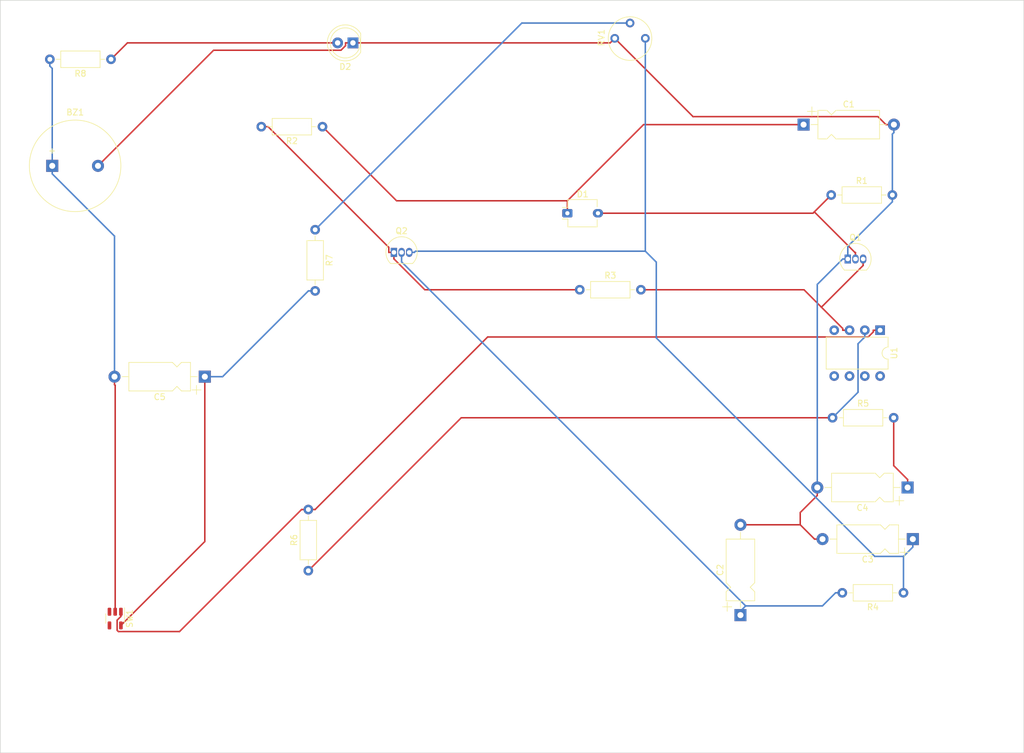
<source format=kicad_pcb>
(kicad_pcb (version 20211014) (generator pcbnew)
  (title_block (title "gammaray2usb") (date "2021-12-27") (rev "0.2x") (company "Fort Sand, Inc."))
  (layers (0 "F.Cu" signal) (31 "B.Cu" signal) (34 "B.Paste" user) (35 "F.Paste" user) (36 "B.SilkS" user "B.Silkscreen") (37 "F.SilkS" user "F.Silkscreen") (38 "B.Mask" user) (39 "F.Mask" user) (44 "Edge.Cuts" user))
  (net 0 "")
  (net 1 "Net-(BZ1-Pad1)")
  (net 2 "GND")
  (net 3 "Net-(C1-Pad1)")
  (net 4 "Net-(C2-Pad1)")
  (net 5 "+9V")
  (net 6 "Net-(C4-Pad1)")
  (net 7 "Net-(C5-Pad1)")
  (net 8 "Net-(D1-Pad2)")
  (net 9 "Net-(D2-Pad2)")
  (net 10 "Net-(Q1-Pad3)")
  (net 11 "Net-(Q2-Pad1)")
  (net 12 "Net-(R5-Pad1)")
  (net 13 "Net-(R6-Pad2)")
  (net 14 "Net-(R7-Pad1)")
  (net 15 "GNDREF")
  (footprint "Resistor_THT:R_Axial_DIN0207_L6.3mm_D2.5mm_P10.16mm_Horizontal" (layer "F.Cu") (at 123.5124 55.9922 180)
    (fp_text reference "R2" (at 5.08 -2.37) (layer "F.SilkS"))
    (fp_text value "1.5M")
    (fp_line (start 1.81 1.37) (end 8.35 1.37) (layer "F.SilkS") (width 0.12))
    (fp_line (start 1.04 0) (end 1.81 0) (layer "F.SilkS") (width 0.12))
    (fp_line (start 1.81 -1.37) (end 1.81 1.37) (layer "F.SilkS") (width 0.12))
    (fp_line (start 9.12 0) (end 8.35 0) (layer "F.SilkS") (width 0.12))
    (fp_line (start 8.35 1.37) (end 8.35 -1.37) (layer "F.SilkS") (width 0.12))
    (fp_line (start 8.35 -1.37) (end 1.81 -1.37) (layer "F.SilkS") (width 0.12))
    (pad "1" thru_hole circle locked (at 0 0 180) (size 1.6 1.6) (drill 0.8) (layers *.Cu *.Mask) (net 3 "Net-(C1-Pad1)"))
    (pad "2" thru_hole oval locked (at 10.16 0 180) (size 1.6 1.6) (drill 0.8) (layers *.Cu *.Mask) (net 11 "Net-(Q2-Pad1)"))
  )
  (footprint "Package_DIP:DIP-8_W7.62mm" (layer "F.Cu") (at 216.1282 89.7942 -90)
    (fp_text reference "U1" (at 3.81 -2.33 90) (layer "F.SilkS"))
    (fp_text value "LM358")
    (fp_line (start 2.81 -1.33) (end 1.16 -1.33) (layer "F.SilkS") (width 0.12))
    (fp_line (start 6.46 8.95) (end 6.46 -1.33) (layer "F.SilkS") (width 0.12))
    (fp_line (start 6.46 -1.33) (end 4.81 -1.33) (layer "F.SilkS") (width 0.12))
    (fp_line (start 1.16 8.95) (end 6.46 8.95) (layer "F.SilkS") (width 0.12))
    (fp_line (start 1.16 -1.33) (end 1.16 8.95) (layer "F.SilkS") (width 0.12))
    (fp_arc (start 4.81 -1.33) (mid 3.81 -0.33) (end 2.81 -1.33) (layer "F.SilkS") (width 0.12))
    (pad "1" thru_hole rect locked (at 0 0 270) (size 1.6 1.6) (drill 0.8) (layers *.Cu *.Mask) (net 13 "Net-(R6-Pad2)"))
    (pad "2" thru_hole oval locked (at 0 2.54 270) (size 1.6 1.6) (drill 0.8) (layers *.Cu *.Mask) (net 12 "Net-(R5-Pad1)"))
    (pad "3" thru_hole oval locked (at 0 5.08 270) (size 1.6 1.6) (drill 0.8) (layers *.Cu *.Mask) (net 10 "Net-(Q1-Pad3)"))
    (pad "4" thru_hole oval locked (at 0 7.62 270) (size 1.6 1.6) (drill 0.8) (layers *.Cu *.Mask))
    (pad "5" thru_hole oval locked (at 7.62 7.62 270) (size 1.6 1.6) (drill 0.8) (layers *.Cu *.Mask))
    (pad "6" thru_hole oval locked (at 7.62 5.08 270) (size 1.6 1.6) (drill 0.8) (layers *.Cu *.Mask))
    (pad "7" thru_hole oval locked (at 7.62 2.54 270) (size 1.6 1.6) (drill 0.8) (layers *.Cu *.Mask))
    (pad "8" thru_hole oval locked (at 7.62 0 270) (size 1.6 1.6) (drill 0.8) (layers *.Cu *.Mask))
  )
  (footprint "Capacitor_THT:CP_Axial_L10.0mm_D4.5mm_P15.00mm_Horizontal" (layer "F.Cu") (at 192.933 137.1147 90)
    (fp_text reference "C2" (at 7.5 -3.37 90) (layer "F.SilkS"))
    (fp_text value "100 uF")
    (fp_line (start 2.38 2.37) (end 3.88 2.37) (layer "F.SilkS") (width 0.12))
    (fp_line (start 5.38 -2.37) (end 12.62 -2.37) (layer "F.SilkS") (width 0.12))
    (fp_line (start 1.24 0) (end 2.38 0) (layer "F.SilkS") (width 0.12))
    (fp_line (start 0.63 -2.2) (end 2.13 -2.2) (layer "F.SilkS") (width 0.12))
    (fp_line (start 1.38 -2.95) (end 1.38 -1.45) (layer "F.SilkS") (width 0.12))
    (fp_line (start 2.38 -2.37) (end 3.88 -2.37) (layer "F.SilkS") (width 0.12))
    (fp_line (start 4.63 1.62) (end 5.38 2.37) (layer "F.SilkS") (width 0.12))
    (fp_line (start 3.88 -2.37) (end 4.63 -1.62) (layer "F.SilkS") (width 0.12))
    (fp_line (start 4.63 -1.62) (end 5.38 -2.37) (layer "F.SilkS") (width 0.12))
    (fp_line (start 12.62 -2.37) (end 12.62 2.37) (layer "F.SilkS") (width 0.12))
    (fp_line (start 13.76 0) (end 12.62 0) (layer "F.SilkS") (width 0.12))
    (fp_line (start 2.38 -2.37) (end 2.38 2.37) (layer "F.SilkS") (width 0.12))
    (fp_line (start 3.88 2.37) (end 4.63 1.62) (layer "F.SilkS") (width 0.12))
    (fp_line (start 5.38 2.37) (end 12.62 2.37) (layer "F.SilkS") (width 0.12))
    (pad "1" thru_hole rect locked (at 0 0 90) (size 2 2) (drill 1) (layers *.Cu *.Mask) (net 4 "Net-(C2-Pad1)"))
    (pad "2" thru_hole oval locked (at 15 0 90) (size 2 2) (drill 1) (layers *.Cu *.Mask) (net 2 "GND"))
  )
  (footprint "Resistor_THT:R_Axial_DIN0207_L6.3mm_D2.5mm_P10.16mm_Horizontal" (layer "F.Cu") (at 208.2247 104.3352)
    (fp_text reference "R5" (at 5.08 -2.37) (layer "F.SilkS"))
    (fp_text value "1k")
    (fp_line (start 1.81 -1.37) (end 1.81 1.37) (layer "F.SilkS") (width 0.12))
    (fp_line (start 8.35 1.37) (end 8.35 -1.37) (layer "F.SilkS") (width 0.12))
    (fp_line (start 9.12 0) (end 8.35 0) (layer "F.SilkS") (width 0.12))
    (fp_line (start 1.81 1.37) (end 8.35 1.37) (layer "F.SilkS") (width 0.12))
    (fp_line (start 1.04 0) (end 1.81 0) (layer "F.SilkS") (width 0.12))
    (fp_line (start 8.35 -1.37) (end 1.81 -1.37) (layer "F.SilkS") (width 0.12))
    (pad "1" thru_hole circle locked (at 0 0) (size 1.6 1.6) (drill 0.8) (layers *.Cu *.Mask) (net 12 "Net-(R5-Pad1)"))
    (pad "2" thru_hole oval locked (at 10.16 0) (size 1.6 1.6) (drill 0.8) (layers *.Cu *.Mask) (net 6 "Net-(C4-Pad1)"))
  )
  (footprint "Package_TO_SOT_THT:TO-92_Inline" (layer "F.Cu") (at 210.7647 77.9708)
    (fp_text reference "Q1" (at 1.27 -3.56) (layer "F.SilkS"))
    (fp_text value "2N7000")
    (fp_line (start -0.53 1.85) (end 3.07 1.85) (layer "F.SilkS") (width 0.12))
    (fp_arc (start 1.27 -2.6) (mid 3.672087 -0.994977) (end 3.108478 1.838478) (layer "F.SilkS") (width 0.12))
    (fp_arc (start -0.568478 1.838478) (mid -1.132087 -0.994977) (end 1.27 -2.6) (layer "F.SilkS") (width 0.12))
    (pad "1" thru_hole rect locked (at 0 0) (size 1.05 1.5) (drill 0.75) (layers *.Cu *.Mask) (net 2 "GND"))
    (pad "2" thru_hole oval locked (at 1.27 0) (size 1.05 1.5) (drill 0.75) (layers *.Cu *.Mask) (net 8 "Net-(D1-Pad2)"))
    (pad "3" thru_hole oval locked (at 2.54 0) (size 1.05 1.5) (drill 0.75) (layers *.Cu *.Mask) (net 10 "Net-(Q1-Pad3)"))
  )
  (footprint "Resistor_THT:R_Axial_DIN0207_L6.3mm_D2.5mm_P10.16mm_Horizontal" (layer "F.Cu") (at 208.0077 67.3383)
    (fp_text reference "R1" (at 5.08 -2.37) (layer "F.SilkS"))
    (fp_text value "10M")
    (fp_line (start 1.81 -1.37) (end 1.81 1.37) (layer "F.SilkS") (width 0.12))
    (fp_line (start 8.35 -1.37) (end 1.81 -1.37) (layer "F.SilkS") (width 0.12))
    (fp_line (start 1.81 1.37) (end 8.35 1.37) (layer "F.SilkS") (width 0.12))
    (fp_line (start 1.04 0) (end 1.81 0) (layer "F.SilkS") (width 0.12))
    (fp_line (start 9.12 0) (end 8.35 0) (layer "F.SilkS") (width 0.12))
    (fp_line (start 8.35 1.37) (end 8.35 -1.37) (layer "F.SilkS") (width 0.12))
    (pad "1" thru_hole circle locked (at 0 0) (size 1.6 1.6) (drill 0.8) (layers *.Cu *.Mask) (net 8 "Net-(D1-Pad2)"))
    (pad "2" thru_hole oval locked (at 10.16 0) (size 1.6 1.6) (drill 0.8) (layers *.Cu *.Mask) (net 2 "GND"))
  )
  (footprint "Resistor_THT:R_Axial_DIN0207_L6.3mm_D2.5mm_P10.16mm_Horizontal" (layer "F.Cu") (at 220.0121 133.412 180)
    (fp_text reference "R4" (at 5.08 -2.37) (layer "F.SilkS"))
    (fp_text value "150k")
    (fp_line (start 1.81 -1.37) (end 1.81 1.37) (layer "F.SilkS") (width 0.12))
    (fp_line (start 8.35 1.37) (end 8.35 -1.37) (layer "F.SilkS") (width 0.12))
    (fp_line (start 9.12 0) (end 8.35 0) (layer "F.SilkS") (width 0.12))
    (fp_line (start 1.04 0) (end 1.81 0) (layer "F.SilkS") (width 0.12))
    (fp_line (start 8.35 -1.37) (end 1.81 -1.37) (layer "F.SilkS") (width 0.12))
    (fp_line (start 1.81 1.37) (end 8.35 1.37) (layer "F.SilkS") (width 0.12))
    (pad "1" thru_hole circle locked (at 0 0 180) (size 1.6 1.6) (drill 0.8) (layers *.Cu *.Mask) (net 5 "+9V"))
    (pad "2" thru_hole oval locked (at 10.16 0 180) (size 1.6 1.6) (drill 0.8) (layers *.Cu *.Mask) (net 4 "Net-(C2-Pad1)"))
  )
  (footprint "Capacitor_THT:CP_Axial_L10.0mm_D4.5mm_P15.00mm_Horizontal" (layer "F.Cu") (at 103.9683 97.5114 180)
    (fp_text reference "C5" (at 7.5 -3.37) (layer "F.SilkS"))
    (fp_text value "0.01µF")
    (fp_line (start 12.62 -2.37) (end 12.62 2.37) (layer "F.SilkS") (width 0.12))
    (fp_line (start 1.38 -2.95) (end 1.38 -1.45) (layer "F.SilkS") (width 0.12))
    (fp_line (start 0.63 -2.2) (end 2.13 -2.2) (layer "F.SilkS") (width 0.12))
    (fp_line (start 5.38 2.37) (end 12.62 2.37) (layer "F.SilkS") (width 0.12))
    (fp_line (start 2.38 2.37) (end 3.88 2.37) (layer "F.SilkS") (width 0.12))
    (fp_line (start 2.38 -2.37) (end 2.38 2.37) (layer "F.SilkS") (width 0.12))
    (fp_line (start 4.63 -1.62) (end 5.38 -2.37) (layer "F.SilkS") (width 0.12))
    (fp_line (start 5.38 -2.37) (end 12.62 -2.37) (layer "F.SilkS") (width 0.12))
    (fp_line (start 4.63 1.62) (end 5.38 2.37) (layer "F.SilkS") (width 0.12))
    (fp_line (start 1.24 0) (end 2.38 0) (layer "F.SilkS") (width 0.12))
    (fp_line (start 13.76 0) (end 12.62 0) (layer "F.SilkS") (width 0.12))
    (fp_line (start 3.88 -2.37) (end 4.63 -1.62) (layer "F.SilkS") (width 0.12))
    (fp_line (start 2.38 -2.37) (end 3.88 -2.37) (layer "F.SilkS") (width 0.12))
    (fp_line (start 3.88 2.37) (end 4.63 1.62) (layer "F.SilkS") (width 0.12))
    (pad "1" thru_hole rect locked (at 0 0 180) (size 2 2) (drill 1) (layers *.Cu *.Mask) (net 7 "Net-(C5-Pad1)"))
    (pad "2" thru_hole oval locked (at 15 0 180) (size 2 2) (drill 1) (layers *.Cu *.Mask) (net 1 "Net-(BZ1-Pad1)"))
  )
  (footprint "Package_TO_SOT_SMD:SOT-23-5" (layer "F.Cu") (at 89.0815 137.6908 -90)
    (fp_text reference "SW1" (at 0 -2.4 90) (layer "F.SilkS"))
    (fp_text value "TS5A3166DBVR")
    (fp_line (start 0 1.56) (end -0.8 1.56) (layer "F.SilkS") (width 0.12))
    (fp_line (start 0 -1.56) (end -1.8 -1.56) (layer "F.SilkS") (width 0.12))
    (fp_line (start 0 -1.56) (end 0.8 -1.56) (layer "F.SilkS") (width 0.12))
    (fp_line (start 0 1.56) (end 0.8 1.56) (layer "F.SilkS") (width 0.12))
    (pad "1" smd roundrect locked (at -1.1375 -0.95 270) (size 1.325 0.6) (layers "F.Cu" "F.Paste" "F.Mask") (net 13 "Net-(R6-Pad2)"))
    (pad "2" smd roundrect locked (at -1.1375 0 270) (size 1.325 0.6) (layers "F.Cu" "F.Paste" "F.Mask") (net 1 "Net-(BZ1-Pad1)"))
    (pad "3" smd roundrect locked (at -1.1375 0.95 270) (size 1.325 0.6) (layers "F.Cu" "F.Paste" "F.Mask") (net 15 "GNDREF"))
    (pad "4" smd roundrect locked (at 1.1375 0.95 270) (size 1.325 0.6) (layers "F.Cu" "F.Paste" "F.Mask"))
    (pad "5" smd roundrect locked (at 1.1375 -0.95 270) (size 1.325 0.6) (layers "F.Cu" "F.Paste" "F.Mask") (net 7 "Net-(C5-Pad1)"))
  )
  (footprint "Potentiometer_THT:Potentiometer_Vishay_T7-YA_Single_Vertical" (layer "F.Cu") (at 177.1344 41.3167 90)
    (fp_text reference "RV1" (at 0.11 -7.29 90) (layer "F.SilkS"))
    (fp_text value "250kΩ")
    (fp_circle (center -0.041 -2.54) (end 3.579 -2.54) (layer "F.SilkS") (width 0.12) (fill none))
    (pad "1" thru_hole circle locked (at 0 0 90) (size 1.44 1.44) (drill 0.8) (layers *.Cu *.Mask) (net 5 "+9V"))
    (pad "2" thru_hole circle locked (at 2.54 -2.54 90) (size 1.44 1.44) (drill 0.8) (layers *.Cu *.Mask) (net 14 "Net-(R7-Pad1)"))
    (pad "3" thru_hole circle locked (at 0 -5.08 90) (size 1.44 1.44) (drill 0.8) (layers *.Cu *.Mask) (net 2 "GND"))
  )
  (footprint "Resistor_THT:R_Axial_DIN0207_L6.3mm_D2.5mm_P10.16mm_Horizontal" (layer "F.Cu") (at 166.2412 83.0738)
    (fp_text reference "R3" (at 5.08 -2.37) (layer "F.SilkS"))
    (fp_text value "56k")
    (fp_line (start 8.35 1.37) (end 8.35 -1.37) (layer "F.SilkS") (width 0.12))
    (fp_line (start 1.04 0) (end 1.81 0) (layer "F.SilkS") (width 0.12))
    (fp_line (start 9.12 0) (end 8.35 0) (layer "F.SilkS") (width 0.12))
    (fp_line (start 1.81 -1.37) (end 1.81 1.37) (layer "F.SilkS") (width 0.12))
    (fp_line (start 8.35 -1.37) (end 1.81 -1.37) (layer "F.SilkS") (width 0.12))
    (fp_line (start 1.81 1.37) (end 8.35 1.37) (layer "F.SilkS") (width 0.12))
    (pad "1" thru_hole circle locked (at 0 0) (size 1.6 1.6) (drill 0.8) (layers *.Cu *.Mask) (net 11 "Net-(Q2-Pad1)"))
    (pad "2" thru_hole oval locked (at 10.16 0) (size 1.6 1.6) (drill 0.8) (layers *.Cu *.Mask) (net 10 "Net-(Q1-Pad3)"))
  )
  (footprint "Capacitor_THT:CP_Axial_L10.0mm_D4.5mm_P15.00mm_Horizontal" (layer "F.Cu") (at 220.6962 115.9187 180)
    (fp_text reference "C4" (at 7.5 -3.37) (layer "F.SilkS"))
    (fp_text value "20nF")
    (fp_line (start 2.38 -2.37) (end 2.38 2.37) (layer "F.SilkS") (width 0.12))
    (fp_line (start 0.63 -2.2) (end 2.13 -2.2) (layer "F.SilkS") (width 0.12))
    (fp_line (start 3.88 -2.37) (end 4.63 -1.62) (layer "F.SilkS") (width 0.12))
    (fp_line (start 1.38 -2.95) (end 1.38 -1.45) (layer "F.SilkS") (width 0.12))
    (fp_line (start 2.38 -2.37) (end 3.88 -2.37) (layer "F.SilkS") (width 0.12))
    (fp_line (start 5.38 -2.37) (end 12.62 -2.37) (layer "F.SilkS") (width 0.12))
    (fp_line (start 3.88 2.37) (end 4.63 1.62) (layer "F.SilkS") (width 0.12))
    (fp_line (start 13.76 0) (end 12.62 0) (layer "F.SilkS") (width 0.12))
    (fp_line (start 2.38 2.37) (end 3.88 2.37) (layer "F.SilkS") (width 0.12))
    (fp_line (start 5.38 2.37) (end 12.62 2.37) (layer "F.SilkS") (width 0.12))
    (fp_line (start 1.24 0) (end 2.38 0) (layer "F.SilkS") (width 0.12))
    (fp_line (start 12.62 -2.37) (end 12.62 2.37) (layer "F.SilkS") (width 0.12))
    (fp_line (start 4.63 1.62) (end 5.38 2.37) (layer "F.SilkS") (width 0.12))
    (fp_line (start 4.63 -1.62) (end 5.38 -2.37) (layer "F.SilkS") (width 0.12))
    (pad "1" thru_hole rect locked (at 0 0 180) (size 2 2) (drill 1) (layers *.Cu *.Mask) (net 6 "Net-(C4-Pad1)"))
    (pad "2" thru_hole oval locked (at 15 0 180) (size 2 2) (drill 1) (layers *.Cu *.Mask) (net 2 "GND"))
  )
  (footprint "Resistor_THT:R_Axial_DIN0207_L6.3mm_D2.5mm_P10.16mm_Horizontal" (layer "F.Cu") (at 88.389 44.7965 180)
    (fp_text reference "R8" (at 5.08 -2.37) (layer "F.SilkS"))
    (fp_text value "1k")
    (fp_line (start 8.35 1.37) (end 8.35 -1.37) (layer "F.SilkS") (width 0.12))
    (fp_line (start 1.81 -1.37) (end 1.81 1.37) (layer "F.SilkS") (width 0.12))
    (fp_line (start 8.35 -1.37) (end 1.81 -1.37) (layer "F.SilkS") (width 0.12))
    (fp_line (start 1.04 0) (end 1.81 0) (layer "F.SilkS") (width 0.12))
    (fp_line (start 1.81 1.37) (end 8.35 1.37) (layer "F.SilkS") (width 0.12))
    (fp_line (start 9.12 0) (end 8.35 0) (layer "F.SilkS") (width 0.12))
    (pad "1" thru_hole circle locked (at 0 0 180) (size 1.6 1.6) (drill 0.8) (layers *.Cu *.Mask) (net 9 "Net-(D2-Pad2)"))
    (pad "2" thru_hole oval locked (at 10.16 0 180) (size 1.6 1.6) (drill 0.8) (layers *.Cu *.Mask) (net 1 "Net-(BZ1-Pad1)"))
  )
  (footprint "OptoDevice:Osram_DIL2_4.3x4.65mm_P5.08mm" (layer "F.Cu") (at 164.1871 70.3651)
    (fp_text reference "D1" (at 2.54 -3.17) (layer "F.SilkS"))
    (fp_text value "BPW34")
    (fp_line (start 0.08 -2.26) (end 0.08 -0.96) (layer "F.SilkS") (width 0.12))
    (fp_line (start 4.95 1.06) (end 4.95 2.26) (layer "F.SilkS") (width 0.12))
    (fp_line (start 4.95 2.26) (end 0.08 2.26) (layer "F.SilkS") (width 0.12))
    (fp_line (start 4.95 -2.26) (end 4.95 -1.06) (layer "F.SilkS") (width 0.12))
    (fp_line (start 0.08 -2.26) (end 4.95 -2.26) (layer "F.SilkS") (width 0.12))
    (fp_line (start 0.08 0.96) (end 0.08 2.26) (layer "F.SilkS") (width 0.12))
    (fp_line (start 0.08 0.96) (end -0.84 0.96) (layer "F.SilkS") (width 0.12))
    (fp_line (start 0.08 -0.96) (end -0.84 -0.96) (layer "F.SilkS") (width 0.12))
    (pad "1" thru_hole roundrect locked (at 0 0) (size 1.7 1.4) (drill 0.7) (layers *.Cu *.Mask) (roundrect_rratio 0.178) (net 3 "Net-(C1-Pad1)"))
    (pad "2" thru_hole oval locked (at 5.08 0) (size 1.7 1.4) (drill 0.7) (layers *.Cu *.Mask) (net 8 "Net-(D1-Pad2)"))
  )
  (footprint "Buzzer_Beeper:Buzzer_15x7.5RM7.6" (layer "F.Cu") (at 78.6245 62.4978)
    (fp_text reference "BZ1" (at 3.81 -8.89) (layer "F.SilkS"))
    (fp_text value "Buzzer")
    (fp_text user "+" (at -0.01 -2.54) (layer "F.SilkS"))
    (fp_circle (center 3.8 0) (end 11.4 0) (layer "F.SilkS") (width 0.12) (fill none))
    (pad "1" thru_hole rect locked (at 0 0) (size 2 2) (drill 1) (layers *.Cu *.Mask) (net 1 "Net-(BZ1-Pad1)"))
    (pad "2" thru_hole circle locked (at 7.6 0) (size 2 2) (drill 1) (layers *.Cu *.Mask) (net 2 "GND"))
  )
  (footprint "Capacitor_THT:CP_Axial_L10.0mm_D4.5mm_P15.00mm_Horizontal" (layer "F.Cu") (at 203.4178 55.6463)
    (fp_text reference "C1" (at 7.5 -3.37) (layer "F.SilkS"))
    (fp_text value "0.1µF")
    (fp_line (start 3.88 2.37) (end 4.63 1.62) (layer "F.SilkS") (width 0.12))
    (fp_line (start 1.24 0) (end 2.38 0) (layer "F.SilkS") (width 0.12))
    (fp_line (start 3.88 -2.37) (end 4.63 -1.62) (layer "F.SilkS") (width 0.12))
    (fp_line (start 2.38 2.37) (end 3.88 2.37) (layer "F.SilkS") (width 0.12))
    (fp_line (start 1.38 -2.95) (end 1.38 -1.45) (layer "F.SilkS") (width 0.12))
    (fp_line (start 12.62 -2.37) (end 12.62 2.37) (layer "F.SilkS") (width 0.12))
    (fp_line (start 5.38 2.37) (end 12.62 2.37) (layer "F.SilkS") (width 0.12))
    (fp_line (start 4.63 -1.62) (end 5.38 -2.37) (layer "F.SilkS") (width 0.12))
    (fp_line (start 0.63 -2.2) (end 2.13 -2.2) (layer "F.SilkS") (width 0.12))
    (fp_line (start 2.38 -2.37) (end 2.38 2.37) (layer "F.SilkS") (width 0.12))
    (fp_line (start 5.38 -2.37) (end 12.62 -2.37) (layer "F.SilkS") (width 0.12))
    (fp_line (start 13.76 0) (end 12.62 0) (layer "F.SilkS") (width 0.12))
    (fp_line (start 4.63 1.62) (end 5.38 2.37) (layer "F.SilkS") (width 0.12))
    (fp_line (start 2.38 -2.37) (end 3.88 -2.37) (layer "F.SilkS") (width 0.12))
    (pad "1" thru_hole rect locked (at 0 0) (size 2 2) (drill 1) (layers *.Cu *.Mask) (net 3 "Net-(C1-Pad1)"))
    (pad "2" thru_hole oval locked (at 15 0) (size 2 2) (drill 1) (layers *.Cu *.Mask) (net 2 "GND"))
  )
  (footprint "Resistor_THT:R_Axial_DIN0207_L6.3mm_D2.5mm_P10.16mm_Horizontal" (layer "F.Cu") (at 121.1606 129.7376 90)
    (fp_text reference "R6" (at 5.08 -2.37 90) (layer "F.SilkS"))
    (fp_text value "1.5M")
    (fp_line (start 1.04 0) (end 1.81 0) (layer "F.SilkS") (width 0.12))
    (fp_line (start 8.35 1.37) (end 8.35 -1.37) (layer "F.SilkS") (width 0.12))
    (fp_line (start 1.81 -1.37) (end 1.81 1.37) (layer "F.SilkS") (width 0.12))
    (fp_line (start 8.35 -1.37) (end 1.81 -1.37) (layer "F.SilkS") (width 0.12))
    (fp_line (start 1.81 1.37) (end 8.35 1.37) (layer "F.SilkS") (width 0.12))
    (fp_line (start 9.12 0) (end 8.35 0) (layer "F.SilkS") (width 0.12))
    (pad "1" thru_hole circle locked (at 0 0 90) (size 1.6 1.6) (drill 0.8) (layers *.Cu *.Mask) (net 12 "Net-(R5-Pad1)"))
    (pad "2" thru_hole oval locked (at 10.16 0 90) (size 1.6 1.6) (drill 0.8) (layers *.Cu *.Mask) (net 13 "Net-(R6-Pad2)"))
  )
  (footprint "Package_TO_SOT_THT:TO-92_Inline" (layer "F.Cu") (at 135.3773 76.8707)
    (fp_text reference "Q2" (at 1.27 -3.56) (layer "F.SilkS"))
    (fp_text value "2N3904")
    (fp_line (start -0.53 1.85) (end 3.07 1.85) (layer "F.SilkS") (width 0.12))
    (fp_arc (start -0.568478 1.838478) (mid -1.132087 -0.994977) (end 1.27 -2.6) (layer "F.SilkS") (width 0.12))
    (fp_arc (start 1.27 -2.6) (mid 3.672087 -0.994977) (end 3.108478 1.838478) (layer "F.SilkS") (width 0.12))
    (pad "1" thru_hole rect locked (at 0 0) (size 1.05 1.5) (drill 0.75) (layers *.Cu *.Mask) (net 11 "Net-(Q2-Pad1)"))
    (pad "2" thru_hole oval locked (at 1.27 0) (size 1.05 1.5) (drill 0.75) (layers *.Cu *.Mask) (net 4 "Net-(C2-Pad1)"))
    (pad "3" thru_hole oval locked (at 2.54 0) (size 1.05 1.5) (drill 0.75) (layers *.Cu *.Mask) (net 5 "+9V"))
  )
  (footprint "Capacitor_THT:CP_Axial_L10.0mm_D4.5mm_P15.00mm_Horizontal" (layer "F.Cu") (at 221.5641 124.4899 180)
    (fp_text reference "C3" (at 7.5 -3.37) (layer "F.SilkS"))
    (fp_text value "0.1µF")
    (fp_line (start 12.62 -2.37) (end 12.62 2.37) (layer "F.SilkS") (width 0.12))
    (fp_line (start 13.76 0) (end 12.62 0) (layer "F.SilkS") (width 0.12))
    (fp_line (start 1.24 0) (end 2.38 0) (layer "F.SilkS") (width 0.12))
    (fp_line (start 4.63 1.62) (end 5.38 2.37) (layer "F.SilkS") (width 0.12))
    (fp_line (start 3.88 2.37) (end 4.63 1.62) (layer "F.SilkS") (width 0.12))
    (fp_line (start 2.38 -2.37) (end 2.38 2.37) (layer "F.SilkS") (width 0.12))
    (fp_line (start 3.88 -2.37) (end 4.63 -1.62) (layer "F.SilkS") (width 0.12))
    (fp_line (start 2.38 -2.37) (end 3.88 -2.37) (layer "F.SilkS") (width 0.12))
    (fp_line (start 5.38 -2.37) (end 12.62 -2.37) (layer "F.SilkS") (width 0.12))
    (fp_line (start 4.63 -1.62) (end 5.38 -2.37) (layer "F.SilkS") (width 0.12))
    (fp_line (start 5.38 2.37) (end 12.62 2.37) (layer "F.SilkS") (width 0.12))
    (fp_line (start 0.63 -2.2) (end 2.13 -2.2) (layer "F.SilkS") (width 0.12))
    (fp_line (start 2.38 2.37) (end 3.88 2.37) (layer "F.SilkS") (width 0.12))
    (fp_line (start 1.38 -2.95) (end 1.38 -1.45) (layer "F.SilkS") (width 0.12))
    (pad "1" thru_hole rect locked (at 0 0 180) (size 2 2) (drill 1) (layers *.Cu *.Mask) (net 5 "+9V"))
    (pad "2" thru_hole oval locked (at 15 0 180) (size 2 2) (drill 1) (layers *.Cu *.Mask) (net 2 "GND"))
  )
  (footprint "LED_THT:LED_D5.0mm" (layer "F.Cu") (at 128.5691 42.0732 180)
    (fp_text reference "D2" (at 1.27 -3.96) (layer "F.SilkS"))
    (fp_text value "LED")
    (fp_line (start -1.29 -1.545) (end -1.29 1.545) (layer "F.SilkS") (width 0.12))
    (fp_arc (start -1.29 -1.54483) (mid 2.072002 -2.880433) (end 4.26 0.000462) (layer "F.SilkS") (width 0.12))
    (fp_arc (start 4.26 -0.000462) (mid 2.072002 2.880433) (end -1.29 1.54483) (layer "F.SilkS") (width 0.12))
    (fp_circle (center 1.27 0) (end 3.77 0) (layer "F.SilkS") (width 0.12) (fill none))
    (pad "1" thru_hole rect locked (at 0 0 180) (size 1.8 1.8) (drill 0.9) (layers *.Cu *.Mask) (net 2 "GND"))
    (pad "2" thru_hole circle locked (at 2.54 0 180) (size 1.8 1.8) (drill 0.9) (layers *.Cu *.Mask) (net 9 "Net-(D2-Pad2)"))
  )
  (footprint "Resistor_THT:R_Axial_DIN0207_L6.3mm_D2.5mm_P10.16mm_Horizontal" (layer "F.Cu") (at 122.2941 73.1061 -90)
    (fp_text reference "R7" (at 5.08 -2.37 90) (layer "F.SilkS"))
    (fp_text value "1k")
    (fp_line (start 1.81 -1.37) (end 1.81 1.37) (layer "F.SilkS") (width 0.12))
    (fp_line (start 1.04 0) (end 1.81 0) (layer "F.SilkS") (width 0.12))
    (fp_line (start 1.81 1.37) (end 8.35 1.37) (layer "F.SilkS") (width 0.12))
    (fp_line (start 8.35 -1.37) (end 1.81 -1.37) (layer "F.SilkS") (width 0.12))
    (fp_line (start 8.35 1.37) (end 8.35 -1.37) (layer "F.SilkS") (width 0.12))
    (fp_line (start 9.12 0) (end 8.35 0) (layer "F.SilkS") (width 0.12))
    (pad "1" thru_hole circle locked (at 0 0 270) (size 1.6 1.6) (drill 0.8) (layers *.Cu *.Mask) (net 14 "Net-(R7-Pad1)"))
    (pad "2" thru_hole oval locked (at 10.16 0 270) (size 1.6 1.6) (drill 0.8) (layers *.Cu *.Mask) (net 7 "Net-(C5-Pad1)"))
  )
  (gr_line (start 240 160) (end 70 160) (layer "Edge.Cuts") (width 0.1))
  (gr_line (start 70 35) (end 240 35) (layer "Edge.Cuts") (width 0.1))
  (gr_line (start 240 35) (end 240 160) (layer "Edge.Cuts") (width 0.1))
  (gr_line (start 70 160) (end 70 35) (layer "Edge.Cuts") (width 0.1))
  (segment (start 88.9683 98.8367) (end 89.0815 98.9499) (width 0.25) (layer "F.Cu") (net 1))
  (segment (start 88.9683 97.5114) (end 88.9683 98.8367) (width 0.25) (layer "F.Cu") (net 1))
  (segment (start 89.0815 98.9499) (end 89.0815 136.5533) (width 0.25) (layer "F.Cu") (net 1))
  (segment (start 78.6245 46.3173) (end 78.229 45.9218) (width 0.25) (layer "B.Cu") (net 1))
  (segment (start 88.9683 74.1669) (end 88.9683 97.5114) (width 0.25) (layer "B.Cu") (net 1))
  (segment (start 78.6245 63.8231) (end 88.9683 74.1669) (width 0.25) (layer "B.Cu") (net 1))
  (segment (start 78.229 44.7965) (end 78.229 45.9218) (width 0.25) (layer "B.Cu") (net 1))
  (segment (start 78.6245 62.4978) (end 78.6245 46.3173) (width 0.25) (layer "B.Cu") (net 1))
  (segment (start 78.6245 62.4978) (end 78.6245 63.8231) (width 0.25) (layer "B.Cu") (net 1))
  (segment (start 206.5641 124.4899) (end 205.2388 124.4899) (width 0.25) (layer "F.Cu") (net 2))
  (segment (start 128.5691 42.0732) (end 171.2979 42.0732) (width 0.25) (layer "F.Cu") (net 2))
  (segment (start 185.0587 54.321) (end 172.0544 41.3167) (width 0.25) (layer "F.Cu") (net 2))
  (segment (start 126.5781 43.2985) (end 127.3438 42.5328) (width 0.25) (layer "F.Cu") (net 2))
  (segment (start 202.8636 122.1147) (end 205.2388 124.4899) (width 0.25) (layer "F.Cu") (net 2))
  (segment (start 205.6962 117.244) (end 202.8636 120.0766) (width 0.25) (layer "F.Cu") (net 2))
  (segment (start 128.5691 42.0732) (end 127.3438 42.0732) (width 0.25) (layer "F.Cu") (net 2))
  (segment (start 105.4238 43.2985) (end 126.5781 43.2985) (width 0.25) (layer "F.Cu") (net 2))
  (segment (start 171.2979 42.0732) (end 172.0544 41.3167) (width 0.25) (layer "F.Cu") (net 2))
  (segment (start 86.2245 62.4978) (end 105.4238 43.2985) (width 0.25) (layer "F.Cu") (net 2))
  (segment (start 127.3438 42.5328) (end 127.3438 42.0732) (width 0.25) (layer "F.Cu") (net 2))
  (segment (start 215.7672 54.321) (end 185.0587 54.321) (width 0.25) (layer "F.Cu") (net 2))
  (segment (start 205.6962 115.9187) (end 205.6962 117.244) (width 0.25) (layer "F.Cu") (net 2))
  (segment (start 217.0925 55.6463) (end 215.7672 54.321) (width 0.25) (layer "F.Cu") (net 2))
  (segment (start 202.8636 120.0766) (end 202.8636 122.1147) (width 0.25) (layer "F.Cu") (net 2))
  (segment (start 218.4178 55.6463) (end 217.0925 55.6463) (width 0.25) (layer "F.Cu") (net 2))
  (segment (start 192.933 122.1147) (end 202.8636 122.1147) (width 0.25) (layer "F.Cu") (net 2))
  (segment (start 218.1677 57.2217) (end 218.1677 67.3383) (width 0.25) (layer "B.Cu") (net 2))
  (segment (start 218.1677 67.3383) (end 218.1677 68.4636) (width 0.25) (layer "B.Cu") (net 2))
  (segment (start 218.1677 68.4636) (end 210.7647 75.8666) (width 0.25) (layer "B.Cu") (net 2))
  (segment (start 210.7647 77.9708) (end 209.9144 77.9708) (width 0.25) (layer "B.Cu") (net 2))
  (segment (start 218.4178 55.6463) (end 218.4178 56.9716) (width 0.25) (layer "B.Cu") (net 2))
  (segment (start 218.4178 56.9716) (end 218.1677 57.2217) (width 0.25) (layer "B.Cu") (net 2))
  (segment (start 210.7647 75.8666) (end 210.7647 77.9708) (width 0.25) (layer "B.Cu") (net 2))
  (segment (start 205.6962 82.189) (end 209.9144 77.9708) (width 0.25) (layer "B.Cu") (net 2))
  (segment (start 205.6962 115.9187) (end 205.6962 82.189) (width 0.25) (layer "B.Cu") (net 2))
  (segment (start 135.8203 68.3001) (end 123.5124 55.9922) (width 0.25) (layer "F.Cu") (net 3))
  (segment (start 164.1871 68.3001) (end 164.1871 70.3651) (width 0.25) (layer "F.Cu") (net 3))
  (segment (start 203.4178 55.6463) (end 176.8409 55.6463) (width 0.25) (layer "F.Cu") (net 3))
  (segment (start 164.1871 68.3001) (end 135.8203 68.3001) (width 0.25) (layer "F.Cu") (net 3))
  (segment (start 176.8409 55.6463) (end 164.1871 68.3001) (width 0.25) (layer "F.Cu") (net 3))
  (segment (start 208.7268 133.412) (end 206.5509 135.5879) (width 0.25) (layer "B.Cu") (net 4))
  (segment (start 193.7972 135.5878) (end 136.6473 78.438) (width 0.25) (layer "B.Cu") (net 4))
  (segment (start 206.5509 135.5879) (end 193.7972 135.5879) (width 0.25) (layer "B.Cu") (net 4))
  (segment (start 136.6473 78.438) (end 136.6473 76.8707) (width 0.25) (layer "B.Cu") (net 4))
  (segment (start 192.933 136.452) (end 193.7972 135.5878) (width 0.25) (layer "B.Cu") (net 4))
  (segment (start 192.933 137.1147) (end 192.933 136.452) (width 0.25) (layer "B.Cu") (net 4))
  (segment (start 193.7972 135.5879) (end 193.7972 135.5878) (width 0.25) (layer "B.Cu") (net 4))
  (segment (start 209.8521 133.412) (end 208.7268 133.412) (width 0.25) (layer "B.Cu") (net 4))
  (segment (start 178.9572 78.4922) (end 177.1344 76.6694) (width 0.25) (layer "B.Cu") (net 5))
  (segment (start 177.1344 76.6694) (end 138.9689 76.6694) (width 0.25) (layer "B.Cu") (net 5))
  (segment (start 177.1344 76.6694) (end 177.1344 41.3167) (width 0.25) (layer "B.Cu") (net 5))
  (segment (start 221.5641 125.8152) (end 220.0121 127.3672) (width 0.25) (layer "B.Cu") (net 5))
  (segment (start 178.9572 91.0783) (end 178.9572 78.4922) (width 0.25) (layer "B.Cu") (net 5))
  (segment (start 138.9689 76.6694) (end 138.7676 76.8707) (width 0.25) (layer "B.Cu") (net 5))
  (segment (start 220.0121 127.3672) (end 215.2461 127.3672) (width 0.25) (layer "B.Cu") (net 5))
  (segment (start 137.9173 76.8707) (end 138.7676 76.8707) (width 0.25) (layer "B.Cu") (net 5))
  (segment (start 221.5641 124.4899) (end 221.5641 125.8152) (width 0.25) (layer "B.Cu") (net 5))
  (segment (start 220.0121 127.3672) (end 220.0121 133.412) (width 0.25) (layer "B.Cu") (net 5))
  (segment (start 215.2461 127.3672) (end 178.9572 91.0783) (width 0.25) (layer "B.Cu") (net 5))
  (segment (start 220.6962 115.9187) (end 220.6962 114.5934) (width 0.25) (layer "F.Cu") (net 6))
  (segment (start 218.3847 112.2819) (end 218.3847 104.3352) (width 0.25) (layer "F.Cu") (net 6))
  (segment (start 220.6962 114.5934) (end 218.3847 112.2819) (width 0.25) (layer "F.Cu") (net 6))
  (segment (start 103.9683 97.5114) (end 103.9683 124.8915) (width 0.25) (layer "F.Cu") (net 7))
  (segment (start 103.9683 124.8915) (end 90.0315 138.8283) (width 0.25) (layer "F.Cu") (net 7))
  (segment (start 103.9683 97.5114) (end 106.9235 97.5114) (width 0.25) (layer "B.Cu") (net 7))
  (segment (start 106.9235 97.5114) (end 121.1688 83.2661) (width 0.25) (layer "B.Cu") (net 7))
  (segment (start 122.2941 83.2661) (end 121.1688 83.2661) (width 0.25) (layer "B.Cu") (net 7))
  (segment (start 212.0347 77.9708) (end 212.0347 76.8955) (width 0.25) (layer "F.Cu") (net 8))
  (segment (start 169.2671 70.3651) (end 204.9809 70.3651) (width 0.25) (layer "F.Cu") (net 8))
  (segment (start 204.9809 70.3651) (end 205.2033 70.1427) (width 0.25) (layer "F.Cu") (net 8))
  (segment (start 205.2033 70.1427) (end 208.0077 67.3383) (width 0.25) (layer "F.Cu") (net 8))
  (segment (start 212.0347 76.8955) (end 211.9561 76.8955) (width 0.25) (layer "F.Cu") (net 8))
  (segment (start 211.9561 76.8955) (end 205.2033 70.1427) (width 0.25) (layer "F.Cu") (net 8))
  (segment (start 91.1123 42.0732) (end 88.389 44.7965) (width 0.25) (layer "F.Cu") (net 9))
  (segment (start 126.0291 42.0732) (end 91.1123 42.0732) (width 0.25) (layer "F.Cu") (net 9))
  (segment (start 203.4838 83.0738) (end 206.3804 85.9704) (width 0.25) (layer "F.Cu") (net 10))
  (segment (start 206.3804 85.9704) (end 209.9229 89.5129) (width 0.25) (layer "F.Cu") (net 10))
  (segment (start 213.3047 79.0461) (end 206.3804 85.9704) (width 0.25) (layer "F.Cu") (net 10))
  (segment (start 209.9229 89.5129) (end 209.9229 89.7942) (width 0.25) (layer "F.Cu") (net 10))
  (segment (start 213.3047 77.9708) (end 213.3047 79.0461) (width 0.25) (layer "F.Cu") (net 10))
  (segment (start 176.4012 83.0738) (end 203.4838 83.0738) (width 0.25) (layer "F.Cu") (net 10))
  (segment (start 211.0482 89.7942) (end 209.9229 89.7942) (width 0.25) (layer "F.Cu") (net 10))
  (segment (start 134.527 76.8707) (end 134.527 76.0415) (width 0.25) (layer "F.Cu") (net 11))
  (segment (start 135.3773 76.8707) (end 135.3773 77.946) (width 0.25) (layer "F.Cu") (net 11))
  (segment (start 166.2412 83.0738) (end 140.5051 83.0738) (width 0.25) (layer "F.Cu") (net 11))
  (segment (start 113.3524 55.9922) (end 114.4777 55.9922) (width 0.25) (layer "F.Cu") (net 11))
  (segment (start 134.527 76.0415) (end 114.4777 55.9922) (width 0.25) (layer "F.Cu") (net 11))
  (segment (start 140.5051 83.0738) (end 135.3773 77.946) (width 0.25) (layer "F.Cu") (net 11))
  (segment (start 135.3773 76.8707) (end 134.527 76.8707) (width 0.25) (layer "F.Cu") (net 11))
  (segment (start 121.1606 129.7376) (end 146.563 104.3352) (width 0.25) (layer "F.Cu") (net 12))
  (segment (start 146.563 104.3352) (end 208.2247 104.3352) (width 0.25) (layer "F.Cu") (net 12))
  (segment (start 212.4629 100.097) (end 212.4629 92.0448) (width 0.25) (layer "B.Cu") (net 12))
  (segment (start 208.2247 104.3352) (end 212.4629 100.097) (width 0.25) (layer "B.Cu") (net 12))
  (segment (start 213.5882 89.7942) (end 213.5882 90.9195) (width 0.25) (layer "B.Cu") (net 12))
  (segment (start 212.4629 92.0448) (end 213.5882 90.9195) (width 0.25) (layer "B.Cu") (net 12))
  (segment (start 90.0315 137.3304) (end 90.0315 136.5533) (width 0.25) (layer "F.Cu") (net 13))
  (segment (start 122.2859 119.5776) (end 150.944 90.9195) (width 0.25) (layer "F.Cu") (net 13))
  (segment (start 121.1606 119.5776) (end 120.0353 119.5776) (width 0.25) (layer "F.Cu") (net 13))
  (segment (start 214.159 90.9195) (end 215.0029 90.0756) (width 0.25) (layer "F.Cu") (net 13))
  (segment (start 216.1282 89.7942) (end 215.0029 89.7942) (width 0.25) (layer "F.Cu") (net 13))
  (segment (start 121.7233 119.5776) (end 121.1606 119.5776) (width 0.25) (layer "F.Cu") (net 13))
  (segment (start 89.4043 139.6368) (end 89.4043 137.9576) (width 0.25) (layer "F.Cu") (net 13))
  (segment (start 150.944 90.9195) (end 214.159 90.9195) (width 0.25) (layer "F.Cu") (net 13))
  (segment (start 89.4043 137.9576) (end 90.0315 137.3304) (width 0.25) (layer "F.Cu") (net 13))
  (segment (start 215.0029 90.0756) (end 215.0029 89.7942) (width 0.25) (layer "F.Cu") (net 13))
  (segment (start 99.7676 139.8453) (end 89.6128 139.8453) (width 0.25) (layer "F.Cu") (net 13))
  (segment (start 120.0353 119.5776) (end 99.7676 139.8453) (width 0.25) (layer "F.Cu") (net 13))
  (segment (start 89.6128 139.8453) (end 89.4043 139.6368) (width 0.25) (layer "F.Cu") (net 13))
  (segment (start 121.7233 119.5776) (end 122.2859 119.5776) (width 0.25) (layer "F.Cu") (net 13))
  (segment (start 156.6235 38.7767) (end 174.5944 38.7767) (width 0.25) (layer "B.Cu") (net 14))
  (segment (start 122.2941 73.1061) (end 156.6235 38.7767) (width 0.25) (layer "B.Cu") (net 14))
)
</source>
